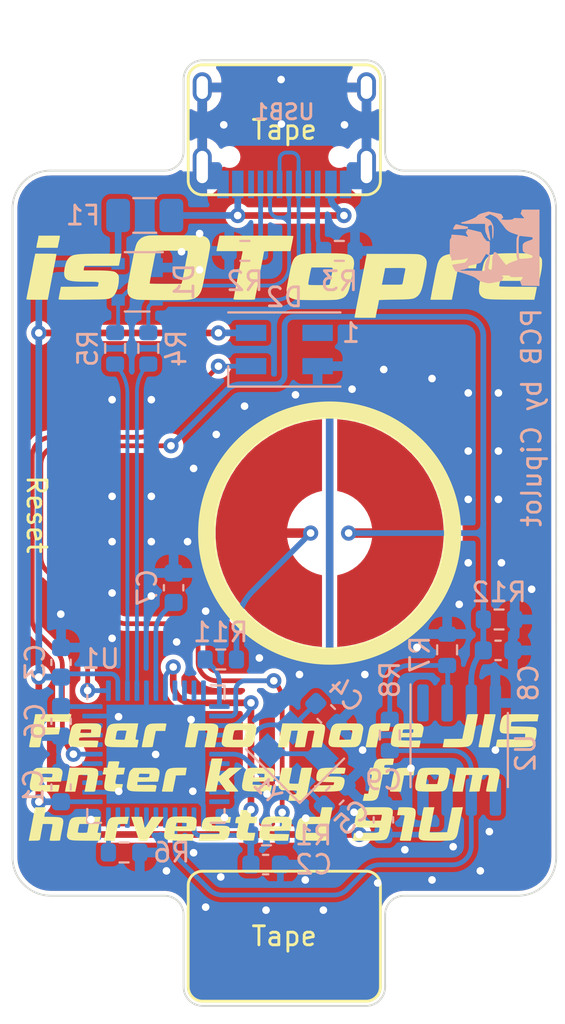
<source format=kicad_pcb>
(kicad_pcb (version 20211014) (generator pcbnew)
  (title_block (title "is0Topre") (date "2022-06-03") (rev "1") (company "Cipulot") (comment 2 "PCB by Cipulot"))
  (layers (0 "F.Cu" signal) (31 "B.Cu" signal) (34 "B.Paste" user) (35 "F.Paste" user) (36 "B.SilkS" user "B.Silkscreen") (37 "F.SilkS" user "F.Silkscreen") (38 "B.Mask" user) (39 "F.Mask" user) (44 "Edge.Cuts" user))
  (net 0 "")
  (net 1 "VCC")
  (net 2 "GND")
  (net 3 "XTAL2")
  (net 4 "XTAL1")
  (net 5 "Net-(C7-Pad1)")
  (net 6 "D+")
  (net 7 "D-")
  (net 8 "VBUS")
  (net 9 "RST")
  (net 10 "Net-(R2-Pad2)")
  (net 11 "Net-(R3-Pad1)")
  (net 12 "/MCU_D+")
  (net 13 "/MCU_D-")
  (net 14 "Net-(R6-Pad1)")
  (net 33 "Net-(R7-Pad1)")
  (net 34 "COL0")
  (net 38 "DISCHARGE_PIN")
  (net 39 "LED")
  (net 40 "ADC")
  (net 42 "Net-(R11-Pad2)")
  (footprint "cipulot_parts:ecs_pad_2U_no_ring" (layer "F.Cu") (at 101.927172 61.499999)
    (fp_text reference "SW2")
    (fp_text value "EC_SW" hide)
  )
  (footprint "LOGO" (layer "F.Cu") (at 99.545928 71.878991)
    (fp_text reference "G***" hide)
    (fp_text value "LOGO" hide)
  )
  (footprint "LOGO" (layer "F.Cu") (at 99.545928 74.440241)
    (fp_text reference "G***" hide)
    (fp_text value "LOGO" hide)
  )
  (footprint "LOGO" (layer "F.Cu") (at 99.545928 48.003051)
    (fp_text reference "G***" hide)
    (fp_text value "LOGO" hide)
  )
  (footprint "LOGO" (layer "F.Cu") (at 99.545928 77.000241)
    (fp_text reference "G***" hide)
    (fp_text value "LOGO" hide)
  )
  (footprint "cipulot_parts:Jumper-UserFriendly-Small" (layer "F.Cu") (at 88.630928 60.423051)
    (fp_text reference "SW1" hide)
    (fp_text value "SW_Push" hide)
  )
  (footprint "cipulot_parts:HRO-TYPE-C-31-M-12-Assembly" (layer "B.Cu") (at 99.545928 35.479927)
    (fp_text reference "USB1")
    (fp_text value "HRO-TYPE-C-31-M-12")
  )
  (footprint "Capacitor_SMD:C_0603_1608Metric" (layer "B.Cu") (at 93.720928 64.373051 90)
    (fp_text reference "C7")
    (fp_text value "1u")
  )
  (footprint "Package_TO_SOT_SMD:SOT-143" (layer "B.Cu") (at 91.803428 48.295551 180)
    (fp_text reference "D1")
    (fp_text value "PRTR5V0U2X")
  )
  (footprint "Capacitor_SMD:C_0603_1608Metric" (layer "B.Cu") (at 110.787178 67.665551)
    (fp_text reference "C8")
    (fp_text value "220p")
  )
  (footprint "Resistor_SMD:R_0603_1608Metric" (layer "B.Cu") (at 105.090928 72.110551 90)
    (fp_text reference "R8")
    (fp_text value "100k")
  )
  (footprint "Resistor_SMD:R_0603_1608Metric" (layer "B.Cu") (at 91.115928 78.288051)
    (fp_text reference "R6")
    (fp_text value "10k")
  )
  (footprint "Capacitor_SMD:C_0603_1608Metric" (layer "B.Cu") (at 87.800928 71.393051 -90)
    (fp_text reference "C6")
    (fp_text value "10u")
  )
  (footprint "Capacitor_SMD:C_0603_1608Metric" (layer "B.Cu") (at 87.800928 74.848051 90)
    (fp_text reference "C1")
    (fp_text value "0.1u")
  )
  (footprint "Capacitor_SMD:C_0603_1608Metric" (layer "B.Cu") (at 102.196161 75.29685 -135)
    (fp_text reference "C5")
    (fp_text value "22p")
  )
  (footprint "cipulot_parts:Crystal_SMD_3225-4pin_3.2x2.5mm" (layer "B.Cu") (at 100.108428 73.103051 135)
    (fp_text reference "Y1")
    (fp_text value "16MHz")
  )
  (footprint "Resistor_SMD:R_0603_1608Metric" (layer "B.Cu") (at 98.605928 77.388051)
    (fp_text reference "R1")
    (fp_text value "10k")
  )
  (footprint "LED_SMD:LED_SK6812MINI_PLCC4_3.5x3.5mm_P1.75mm" (layer "B.Cu") (at 99.545928 51.851757 180)
    (fp_text reference "D2")
    (fp_text value "SK6812MINI")
  )
  (footprint "Capacitor_SMD:C_0603_1608Metric" (layer "B.Cu") (at 104.754678 76.574301 -90)
    (fp_text reference "C9")
    (fp_text value "0.1u")
  )
  (footprint "Resistor_SMD:R_0603_1608Metric" (layer "B.Cu") (at 97.470928 46.667427)
    (fp_text reference "R2")
    (fp_text value "5.1k")
  )
  (footprint "Resistor_SMD:R_0603_1608Metric" (layer "B.Cu") (at 110.83875 66.04 180)
    (fp_text reference "R12")
    (fp_text value "100k")
  )
  (footprint "Resistor_SMD:R_0603_1608Metric" (layer "B.Cu") (at 102.438428 46.667427)
    (fp_text reference "R3")
    (fp_text value "5.1k")
  )
  (footprint "Resistor_SMD:R_0603_1608Metric" (layer "B.Cu") (at 90.644678 51.790551 -90)
    (fp_text reference "R5")
    (fp_text value "22")
  )
  (footprint "Resistor_SMD:R_0603_1608Metric" (layer "B.Cu") (at 92.390928 51.790551 -90)
    (fp_text reference "R4")
    (fp_text value "22")
  )
  (footprint "Resistor_SMD:R_0603_1608Metric" (layer "B.Cu") (at 108.107178 67.634301 90)
    (fp_text reference "R7")
    (fp_text value "1k")
  )
  (footprint "Capacitor_SMD:C_0603_1608Metric" (layer "B.Cu") (at 87.800928 68.293051 90)
    (fp_text reference "C3")
    (fp_text value "0.1u")
  )
  (footprint "Fuse:Fuse_1206_3216Metric" (layer "B.Cu") (at 92.203428 44.805551)
    (fp_text reference "F1")
    (fp_text value "500mA")
  )
  (footprint "Capacitor_SMD:C_0603_1608Metric" (layer "B.Cu") (at 101.747148 71.004712 135)
    (fp_text reference "C4")
    (fp_text value "22p")
  )
  (footprint "Package_SO:SOIC-8_3.9x4.9mm_P1.27mm" (layer "B.Cu") (at 108.742178 72.904301 -90)
    (fp_text reference "U2")
    (fp_text value "OPA350")
  )
  (footprint "Package_DFN_QFN:QFN-44-1EP_7x7mm_P0.5mm_EP5.2x5.2mm" (layer "B.Cu") (at 92.790928 73.118051 -90)
    (fp_text reference "U1")
    (fp_text value "ATmega32U4-M")
  )
  (footprint "Resistor_SMD:R_0603_1608Metric" (layer "B.Cu") (at 96.200928 68.141801 180)
    (fp_text reference "R11")
    (fp_text value "100")
  )
  (footprint "cipulot_parts:IronMan_small" (layer "B.Cu") (at 110.549595 46.493931 -90)
    (fp_text reference "G***" hide)
    (fp_text value "LOGO" hide)
  )
  (footprint "Capacitor_SMD:C_0603_1608Metric" (layer "B.Cu") (at 98.560928 78.923051)
    (fp_text reference "C2")
    (fp_text value "0.1u")
  )
  (gr_arc (start 94.48875 37.64125) (mid 94.708883 37.10903) (end 95.241578 36.890071) (layer "F.SilkS") (width 0.15))
  (gr_line (start 103.841578 36.890071) (end 95.241578 36.890071) (layer "F.SilkS") (width 0.15))
  (gr_line (start 104.59875 42.966962) (end 104.59875 37.64125) (layer "F.SilkS") (width 0.15))
  (gr_arc (start 95.245922 86.10125) (mid 94.711324 85.882899) (end 94.48875 85.350071) (layer "F.SilkS") (width 0.15))
  (gr_arc (start 94.48875 80.024359) (mid 94.707661 79.492691) (end 95.2384 79.271538) (layer "F.SilkS") (width 0.15))
  (gr_line (start 95.2384 79.271538) (end 103.845929 79.271538) (layer "F.SilkS") (width 0.15))
  (gr_arc (start 104.59875 42.966962) (mid 104.379839 43.49863) (end 103.8491 43.719783) (layer "F.SilkS") (width 0.15))
  (gr_line (start 104.59875 80.021188) (end 104.59875 85.350071) (layer "F.SilkS") (width 0.15))
  (gr_line (start 94.48875 42.970133) (end 94.48875 37.64125) (layer "F.SilkS") (width 0.15))
  (gr_arc (start 95.241571 43.719783) (mid 94.709893 43.500876) (end 94.48875 42.970133) (layer "F.SilkS") (width 0.15))
  (gr_arc (start 103.841578 36.890071) (mid 104.376144 37.108436) (end 104.59875 37.64125) (layer "F.SilkS") (width 0.15))
  (gr_line (start 95.245922 86.10125) (end 103.845922 86.10125) (layer "F.SilkS") (width 0.15))
  (gr_arc (start 104.59875 85.350071) (mid 104.37862 85.882288) (end 103.845922 86.10125) (layer "F.SilkS") (width 0.15))
  (gr_line (start 94.48875 80.024359) (end 94.48875 85.350071) (layer "F.SilkS") (width 0.15))
  (gr_line (start 103.8491 43.719783) (end 95.241571 43.719783) (layer "F.SilkS") (width 0.15))
  (gr_arc (start 103.845929 79.271538) (mid 104.377605 79.490442) (end 104.59875 80.021188) (layer "F.SilkS") (width 0.15))
  (gr_line (start 93.245927 42.449999) (end 87.258428 42.449999) (layer "Edge.Cuts") (width 0.1))
  (gr_line (start 95.245922 86.350071) (end 103.845922 86.350071) (layer "Edge.Cuts") (width 0.1))
  (gr_arc (start 94.245927 37.649927) (mid 94.53882 36.94282) (end 95.245927 36.649927) (layer "Edge.Cuts") (width 0.1))
  (gr_arc (start 94.245927 41.449999) (mid 93.953034 42.157106) (end 93.245927 42.449999) (layer "Edge.Cuts") (width 0.1))
  (gr_arc (start 85.24875 44.45) (mid 85.834254 43.028635) (end 87.258428 42.449999) (layer "Edge.Cuts") (width 0.1))
  (gr_arc (start 95.245922 86.350071) (mid 94.538815 86.057178) (end 94.245922 85.350071) (layer "Edge.Cuts") (width 0.1))
  (gr_line (start 104.845927 41.450006) (end 104.845927 37.649927) (layer "Edge.Cuts") (width 0.1))
  (gr_arc (start 111.833421 42.449999) (mid 113.254297 43.029124) (end 113.833422 44.45) (layer "Edge.Cuts") (width 0.1))
  (gr_line (start 94.245922 85.350071) (end 94.245922 81.559676) (layer "Edge.Cuts") (width 0.1))
  (gr_arc (start 103.845927 36.649927) (mid 104.553034 36.94282) (end 104.845927 37.649927) (layer "Edge.Cuts") (width 0.1))
  (gr_arc (start 93.245922 80.559676) (mid 93.953029 80.852569) (end 94.245922 81.559676) (layer "Edge.Cuts") (width 0.1))
  (gr_line (start 111.833421 42.449999) (end 105.845927 42.449999) (layer "Edge.Cuts") (width 0.1))
  (gr_line (start 94.245927 37.649927) (end 94.245927 41.450006) (layer "Edge.Cuts") (width 0.1))
  (gr_arc (start 104.845922 85.350071) (mid 104.553029 86.057178) (end 103.845922 86.350071) (layer "Edge.Cuts") (width 0.1))
  (gr_line (start 87.280928 80.559676) (end 93.245922 80.559676) (layer "Edge.Cuts") (width 0.1))
  (gr_line (start 85.24875 44.45) (end 85.24875 78.549998) (layer "Edge.Cuts") (width 0.1))
  (gr_line (start 105.845922 80.559676) (end 111.833421 80.559676) (layer "Edge.Cuts") (width 0.1))
  (gr_arc (start 87.280928 80.559676) (mid 85.847963 79.97638) (end 85.24875 78.549998) (layer "Edge.Cuts") (width 0.1))
  (gr_arc (start 113.843099 78.549998) (mid 113.251912 79.968489) (end 111.833421 80.559676) (layer "Edge.Cuts") (width 0.1))
  (gr_line (start 103.845927 36.649927) (end 95.245927 36.649927) (layer "Edge.Cuts") (width 0.1))
  (gr_line (start 104.845922 85.350071) (end 104.845922 81.559676) (layer "Edge.Cuts") (width 0.1))
  (gr_arc (start 105.845927 42.449999) (mid 105.13882 42.157106) (end 104.845927 41.449999) (layer "Edge.Cuts") (width 0.1))
  (gr_line (start 113.843099 78.549998) (end 113.833422 44.45) (layer "Edge.Cuts") (width 0.1))
  (gr_arc (start 104.845922 81.559676) (mid 105.138815 80.852569) (end 105.845922 80.559676) (layer "Edge.Cuts") (width 0.1))
  (gr_text "PCB by Cipulot" (at 112.552178 55.423641 90) (layer "B.SilkS") (effects (font (size 1 1)) (justify mirror)))
  (gr_text "Tape\n" (at 99.541578 40.304106) (layer "F.SilkS") (effects (font (size 1 1))))
  (gr_text "Reset" (at 86.517178 60.521801 270) (layer "F.SilkS") (effects (font (size 1 1))))
  (gr_text "Tape" (at 99.541578 82.68563) (layer "F.SilkS") (effects (font (size 1 1))))
  (segment (start 103.480928 77.343051) (end 98.880928 77.343051) (width 0.35) (layer "F.Cu") (net 1))
  (segment (start 86.630928 50.98125) (end 86.630928 50.979072) (width 0.35) (layer "F.Cu") (net 1))
  (segment (start 97.318428 77.343051) (end 96.910928 77.343051) (width 0.35) (layer "F.Cu") (net 1))
  (segment (start 86.630928 76.343051) (end 86.630928 75.628051) (width 0.35) (layer "F.Cu") (net 1))
  (segment (start 96.07875 50.98125) (end 86.630928 50.98125) (width 0.35) (layer "F.Cu") (net 1))
  (segment (start 97.790928 76.033051) (end 97.790928 76.716801) (width 0.35) (layer "F.Cu") (net 1))
  (segment (start 94.700928 70.421591) (end 97.790928 70.421591) (width 0.35) (layer "F.Cu") (net 1))
  (segment (start 96.910928 77.343051) (end 87.630928 77.343051) (width 0.35) (layer "F.Cu") (net 1))
  (segment (start 98.258428 77.343051) (end 98.880928 77.343051) (width 0.35) (layer "F.Cu") (net 1))
  (segment (start 86.630928 69.068051) (end 86.630928 75.628051) (width 0.35) (layer "F.Cu") (net 1))
  (segment (start 97.788428 76.719301) (end 97.788428 76.873051) (width 0.35) (layer "F.Cu") (net 1))
  (segment (start 98.880928 77.343051) (end 96.910928 77.343051) (width 0.35) (layer "F.Cu") (net 1))
  (segment (start 97.790928 70.421591) (end 97.790928 76.033051) (width 0.35) (layer "F.Cu") (net 1))
  (segment (start 93.700928 68.538051) (end 93.700928 69.421591) (width 0.35) (layer "F.Cu") (net 1))
  (via (at 97.790928 70.421591) (size 0.8) (drill 0.4) (layers "F.Cu" "B.Cu") (net 1))
  (via (at 97.790928 76.033051) (size 0.8) (drill 0.4) (layers "F.Cu" "B.Cu") (net 1))
  (via (at 86.630928 69.068051) (size 0.8) (drill 0.4) (layers "F.Cu" "B.Cu") (net 1))
  (via (at 103.480928 77.343051) (size 0.8) (drill 0.4) (layers "F.Cu" "B.Cu") (net 1))
  (via (at 93.700928 68.538051) (size 0.8) (drill 0.4) (layers "F.Cu" "B.Cu") (net 1))
  (via (at 96.07875 50.98125) (size 0.8) (drill 0.4) (layers "F.Cu" "B.Cu") (net 1))
  (via (at 86.630928 75.628051) (size 0.8) (drill 0.4) (layers "F.Cu" "B.Cu") (net 1))
  (via (at 86.630928 50.979072) (size 0.8) (drill 0.4) (layers "F.Cu" "B.Cu") (net 1))
  (arc (start 97.788428 76.873051) (mid 97.926088 77.205391) (end 98.258428 77.343051) (width 0.35) (layer "F.Cu") (net 1))
  (arc (start 87.630928 77.343051) (mid 86.923821 77.050158) (end 86.630928 76.343051) (width 0.35) (layer "F.Cu") (net 1))
  (arc (start 97.788428 76.873051) (mid 97.650768 77.205391) (end 97.318428 77.343051) (width 0.35) (layer "F.Cu") (net 1))
  (arc (start 97.790928 76.716801) (mid 97.78916 76.717533) (end 97.788428 76.719301) (width 0.35) (layer "F.Cu") (net 1))
  (arc (start 94.700928 70.421591) (mid 93.993821 70.128698) (end 93.700928 69.421591) (width 0.35) (layer "F.Cu") (net 1))
  (segment (start 86.630928 50.979072) (end 86.630928 48.345551) (width 0.35) (layer "B.Cu") (net 1))
  (segment (start 90.803428 44.805551) (end 90.803428 47.345551) (width 0.35) (layer "B.Cu") (net 1))
  (segment (start 97.516603 71.08387) (end 97.191675 71.408798) (width 0.25) (layer "B.Cu") (net 1))
  (segment (start 96.686494 71.618051) (end 96.128428 71.618051) (width 0.25) (layer "B.Cu") (net 1))
  (segment (start 108.107178 75.379301) (end 108.107141 76.849314) (width 0.3) (layer "B.Cu") (net 1))
  (segment (start 93.700928 68.538051) (end 93.410928 68.828051) (width 0.25) (layer "B.Cu") (net 1))
  (segment (start 87.800928 70.618051) (end 87.800928 69.068051) (width 0.25) (layer "B.Cu") (net 1))
  (segment (start 87.630928 47.345551) (end 90.803428 47.345551) (width 0.35) (layer "B.Cu") (net 1))
  (segment (start 103.487178 77.349301) (end 103.480928 77.343051) (width 0.3) (layer "B.Cu") (net 1))
  (segment (start 95.105928 77.388051) (end 97.785928 77.388051) (width 0.25) (layer "B.Cu") (net 1))
  (segment (start 86.630928 69.068051) (end 87.800928 69.068051) (width 0.35) (layer "B.Cu") (net 1))
  (segment (start 89.453428 75.618051) (end 87.805928 75.618051) (width 0.25) (layer "B.Cu") (net 1))
  (segment (start 86.635928 75.623051) (end 87.800928 75.623051) (width 0.35) (layer "B.Cu") (net 1))
  (segment (start 86.630928 75.628051) (end 86.635928 75.623051) (width 0.35) (layer "B.Cu") (net 1))
  (segment (start 97.785928 76.038051) (end 97.790928 76.033051) (width 0.35) (layer "B.Cu") (net 1))
  (segment (start 94.790928 76.455551) (end 94.790928 77.073051) (width 0.25) (layer "B.Cu") (net 1))
  (segment (start 90.393516 68.898051) (end 87.970928 68.898051) (width 0.25) (layer "B.Cu") (net 1))
  (segment (start 89.453428 70.618051) (end 87.800928 70.618051) (width 0.25) (layer "B.Cu") (net 1))
  (segment (start 97.780928 78.923051) (end 97.780928 77.393051) (width 0.35) (layer "B.Cu") (net 1))
  (segment (start 97.780928 77.393051) (end 97.785928 77.388051) (width 0.35) (layer "B.Cu") (net 1))
  (segment (start 104.754678 77.349301) (end 103.487178 77.349301) (width 0.35) (layer "B.Cu") (net 1))
  (segment (start 104.754678 77.349301) (end 107.607141 77.349301) (width 0.3) (layer "B.Cu") (net 1))
  (segment (start 93.290928 69.780551) (end 93.290928 69.117756) (width 0.25) (layer "B.Cu") (net 1))
  (segment (start 90.790928 69.780551) (end 90.790928 69.295463) (width 0.25) (layer "B.Cu") (net 1))
  (segment (start 86.630928 69.068051) (end 86.630928 50.979072) (width 0.35) (layer "B.Cu") (net 1))
  (segment (start 97.795928 50.976757) (end 96.083243 50.976757) (width 0.35) (layer "B.Cu") (net 1))
  (segment (start 97.785928 77.388051) (end 97.785928 76.038051) (width 0.35) (layer "B.Cu") (net 1))
  (segment (start 96.083243 50.976757) (end 96.07875 50.98125) (width 0.35) (layer "B.Cu") (net 1))
  (segment (start 87.970928 68.898051) (end 87.800928 69.068051) (width 0.25) (layer "B.Cu") (net 1))
  (arc (start 94.790928 77.073051) (mid 94.883189 77.29579) (end 95.105928 77.388051) (width 0.25) (layer "B.Cu") (net 1))
  (arc (start 90.790928 69.295463) (mid 90.674529 69.01445) (end 90.393516 68.898051) (width 0.25) (layer "B.Cu") (net 1))
  (arc (start 97.790928 70.421591) (mid 97.719633 70.780014) (end 97.516603 71.08387) (width 0.25) (layer "B.Cu") (net 1))
  (arc (start 97.191675 71.408798) (mid 96.959896 71.563668) (end 96.686494 71.618051) (width 0.25) (layer "B.Cu") (net 1))
  (arc (start 86.630928 48.345551) (mid 86.923821 47.638444) (end 87.630928 47.345551) (width 0.35) (layer "B.Cu") (net 1))
  (arc (start 93.290928 69.117756) (mid 93.322115 68.960969) (end 93.410928 68.828051) (width 0.25) (layer "B.Cu") (net 1))
  (arc (start 107.607141 77.349301) (mid 107.96069 77.202859) (end 108.107141 76.849314) (width 0.3) (layer "B.Cu") (net 1))
  (arc (start 87.805928 75.618051) (mid 87.802392 75.619515) (end 87.800928 75.623051) (width 0.25) (layer "B.Cu") (net 1))
  (segment (start 87.850928 60.14854) (end 89.410928 60.14854) (width 0.35) (layer "F.Cu") (net 2))
  (segment (start 87.450928 60.963051) (end 87.450928 60.54854) (width 0.35) (layer "F.Cu") (net 2))
  (segment (start 88.630928 59.573051) (end 88.630928 60.14854) (width 0.35) (layer "F.Cu") (net 2))
  (segment (start 89.810928 60.54854) (end 89.810928 60.973051) (width 0.35) (layer "F.Cu") (net 2))
  (via (at 90.485928 54.489301) (size 0.8) (drill 0.4) (layers "F.Cu" "B.Cu") (net 2))
  (via (at 110.964678 63.061801) (size 0.8) (drill 0.4) (layers "F.Cu" "B.Cu") (net 2))
  (via (at 109.853428 79.254301) (size 0.8) (drill 0.4) (layers "F.Cu" "B.Cu") (net 2))
  (via (at 109.218428 63.061801) (size 0.8) (drill 0.4) (layers "F.Cu" "B.Cu") (net 2))
  (via (at 90.825928 71.153051) (size 0.8) (drill 0.4) (layers "F.Cu" "B.Cu") (net 2))
  (via (at 90.485928 61.950551) (size 0.8) (drill 0.4) (layers "F.Cu" "B.Cu") (net 2))
  (via (at 100.670928 76.483051) (size 0.8) (drill 0.4) (layers "F.Cu" "B.Cu") (net 2))
  (via (at 95.407178 81.159301) (size 0.8) (drill 0.4) (layers "F.Cu" "B.Cu") (net 2))
  (via (at 103.662178 72.904301) (size 0.8) (drill 0.4) (layers "F.Cu" "B.Cu") (net 2))
  (via (at 96.400928 76.443051) (size 0.8) (drill 0.4) (layers "F.Cu" "B.Cu") (net 2))
  (via (at 95.089678 45.758051) (size 0.8) (drill 0.4) (layers "F.Cu" "B.Cu") (net 2))
  (via (at 103.780928 68.933051) (size 0.8) (drill 0.4) (layers "F.Cu" "B.Cu") (net 2))
  (via (at 104.455928 79.889301) (size 0.8) (drill 0.4) (layers "F.Cu" "B.Cu") (net 2))
  (via (at 87.787178 65.760551) (size 0.8) (drill 0.4) (layers "F.Cu" "B.Cu") (net 2))
  (via (at 96.359678 40.043051) (size 0.8) (drill 0.4) (layers "F.Cu" "B.Cu") (net 2))
  (via (at 92.549678 61.950551) (size 0.8) (drill 0.4) (layers "F.Cu" "B.Cu") (net 2))
  (via (at 100.1316 54.233013) (size 0.8) (drill 0.4) (layers "F.Cu" "B.Cu") (net 2))
  (via (at 94.640928 71.303051) (size 0.8) (drill 0.4) (layers "F.Cu" "B.Cu") (net 2))
  (via (at 92.549678 59.569301) (size 0.8) (drill 0.4) (layers "F.Cu" "B.Cu") (net 2))
  (via (at 98.630928 75.213051) (size 0.8) (drill 0.4) (layers "F.Cu" "B.Cu") (net 2))
  (via (at 92.549678 64.808051) (size 0.8) (drill 0.4) (layers "F.Cu" "B.Cu") (net 2))
  (via (at 89.374678 76.555551) (size 0.8) (drill 0.4) (layers "F.Cu" "B.Cu") (net 2))
  (via (at 93.880928 67.223051) (size 0.8) (drill 0.4) (layers "F.Cu" "B.Cu") (net 2))
  (via (at 101.598428 81.318051) (size 0.8) (drill 0.4) (layers "F.Cu" "B.Cu") (net 2))
  (via (at 109.218428 54.13375) (size 0.8) (drill 0.4) (layers "F.Cu" "B.Cu") (net 2))
  (via (at 103.210928 76.173051) (size 0.8) (drill 0.4) (layers "F.Cu" "B.Cu") (net 2))
  (via (at 108.74375 65.24625) (size 0.8) (drill 0.4) (layers "F.Cu" "B.Cu") (net 2))
  (via (at 104.773428 52.901801) (size 0.8) (drill 0.4) (layers "F.Cu" "B.Cu") (net 2))
  (via (at 95.964402 56.316612) (size 0.8) (drill 0.4) (layers "F.Cu" "B.Cu") (net 2))
  (via (at 100.340928 68.933051) (size 0.8) (drill 0.4) (layers "F.Cu" "B.Cu") (net 2))
  (via (at 92.775928 73.133051) (size 0.8) (drill 0.4) (layers "F.Cu" "B.Cu") (net 2))
  (via (at 112.55375 64.4525) (size 0.8) (drill 0.4) (layers "F.Cu" "B.Cu") (net 2))
  (via (at 109.218428 57.188051) (size 0.8) (drill 0.4) (layers "F.Cu" "B.Cu") (net 2))
  (via (at 110.805928 54.13375) (size 0.8) (drill 0.4) (layers "F.Cu" "B.Cu") (net 2))
  (via (at 110.647178 72.904301) (size 0.8) (drill 0.4) (layers "F.Cu" "B.Cu") (net 2))
  (via (at 90.485928 64.649301) (size 0.8) (drill 0.4) (layers "F.Cu" "B.Cu") (net 2))
  (via (at 110.329678 77.190551) (size 0.8) (drill 0.4) (layers "F.Cu" "B.Cu") (net 2))
  (via (at 90.485928 59.569301) (size 0.8) (drill 0.4) (layers "F.Cu" "B.Cu") (net 2))
  (via (at 90.835928 75.073051) (size 0.8) (drill 0.4) (layers "F.Cu" "B.Cu") (net 2))
  (via (at 103.10817 53.935356) (size 0.8) (drill 0.4) (layers "F.Cu" "B.Cu") (net 2))
  (via (at 94.454678 61.950551) (size 0.8) (drill 0.4) (layers "F.Cu" "B.Cu") (net 2))
  (via (at 102.709678 40.043051) (size 0.8) (drill 0.4) (layers "F.Cu" "B.Cu") (net 2))
  (via (at 95.089678 47.663051) (size 0.8) (drill 0.4) (layers "F.Cu" "B.Cu") (net 2))
  (via (at 93.343428 79.254301) (size 0.8) (drill 0.4) (layers "F.Cu" "B.Cu") (net 2))
  (via (at 98.582178 81.318051) (size 0.8) (drill 0.4) (layers "F.Cu" "B.Cu") (net 2))
  (via (at 106.202178 73.856801) (size 0.8) (drill 0.4) (layers "F.Cu" "B.Cu") (net 2))
  (via (at 98.230928 68.063051) (size 0.8) (drill 0.4) (layers "F.Cu" "B.Cu") (net 2))
  (via (at 96.200928 79.571801) (size 0.8) (drill 0.4) (layers "F.Cu" "B.Cu") (net 2))
  (via (at 94.773774 58.102554) (size 0.8) (drill 0.4) (layers "F.Cu" "B.Cu") (net 2))
  (via (at 94.730928 75.068051) (size 0.8) (drill 0.4) (layers "F.Cu" "B.Cu") (net 2))
  (via (at 107.313428 53.378051) (size 0.8) (drill 0.4) (layers "F.Cu" "B.Cu") (net 2))
  (via (at 110.805928 59.728051) (size 0.8) (drill 0.4) (layers "F.Cu" "B.Cu") (net 2))
  (via (at 107.313428 79.730551) (size 0.8) (drill 0.4) (layers "F.Cu" "B.Cu") (net 2))
  (via (at 92.549678 54.489301) (size 0.8) (drill 0.4) (layers "F.Cu" "B.Cu") (net 2))
  (via (at 99.375928 37.661801) (size 0.8) (drill 0.4) (layers "F.Cu" "B.Cu") (net 2))
  (via (at 97.452687 54.828327) (size 0.8) (drill 0.4) (layers "F.Cu" "B.Cu") (net 2))
  (via (at 110.805928 57.188051) (size 0.8) (drill 0.4) (layers "F.Cu" "B.Cu") (net 2))
  (via (at 100.645928 79.730551) (size 0.8) (drill 0.4) (layers "F.Cu" "B.Cu") (net 2))
  (via (at 108.424678 77.984301) (size 0.8) (drill 0.4) (layers "F.Cu" "B.Cu") (net 2))
  (via (at 106.519678 67.506801) (size 0.8) (drill 0.4) (layers "F.Cu" "B.Cu") (net 2))
  (via (at 99.391486 39.999993) (size 0.8) (drill 0.4) (layers "F.Cu" "B.Cu") (net 2))
  (via (at 94.772178 78.301801) (size 0.8) (drill 0.4) (layers "F.Cu" "B.Cu") (net 2))
  (via (at 90.485928 67.030551) (size 0.8) (drill 0.4) (layers "F.Cu" "B.Cu") (net 2))
  (via (at 109.218428 59.728051) (size 0.8) (drill 0.4) (layers "F.Cu" "B.Cu") (net 2))
  (via (at 105.884678 78.143051) (size 0.8) (drill 0.4) (layers "F.Cu" "B.Cu") (net 2))
  (via (at 94.137178 46.710551) (size 0.8) (drill 0.4) (layers "F.Cu" "B.Cu") (net 2))
  (via (at 95.407178 65.601801) (size 0.8) (drill 0.4) (layers "F.Cu" "B.Cu") (net 2))
  (arc (start 89.410928 60.14854) (mid 89.693771 60.265697) (end 89.810928 60.54854) (width 0.35) (layer "F.Cu") (net 2))
  (arc (start 87.850928 60.14854) (mid 87.568085 60.265697) (end 87.450928 60.54854) (width 0.35) (layer "F.Cu") (net 2))
  (segment (start 92.290928 69.780551) (end 92.290928 72.618051) (width 0.25) (layer "B.Cu") (net 2))
  (segment (start 94.454678 43.218051) (end 94.930928 43.218051) (width 0.5) (layer "B.Cu") (net 2))
  (segment (start 96.128428 72.118051) (end 93.790928 72.118051) (width 0.25) (layer "B.Cu") (net 2))
  (segment (start 96.320928 43.174927) (end 95.533208 42.387207) (width 0.5) (layer "B.Cu") (net 2))
  (segment (start 89.453428 75.118051) (end 90.790928 75.118051) (width 0.25) (layer "B.Cu") (net 2))
  (segment (start 103.865928 42.259927) (end 103.865928 42.362909) (width 0.5) (layer "B.Cu") (net 2))
  (segment (start 92.790928 73.328051) (end 92.790928 73.118051) (width 0.25) (layer "B.Cu") (net 2))
  (segment (start 98.72957 72.926274) (end 98.901347 73.098051) (width 0.25) (layer "B.Cu") (net 2))
  (segment (start 104.839185 43.283807) (end 104.932178 43.376801) (width 0.5) (layer "B.Cu") (net 2))
  (segment (start 99.335928 78.923051) (end 99.335928 79.973051) (width 0.35) (layer "B.Cu") (net 2))
  (segment (start 93.790928 72.118051) (end 92.790928 73.118051) (width 0.25) (layer "B.Cu") (net 2))
  (segment (start 103.865928 38.079927) (end 103.865928 42.259927) (width 0.5) (layer "B.Cu") (net 2))
  (segment (start 98.500928 79.973051) (end 100.100928 79.973051) (width 0.35) (layer "B.Cu") (net 2))
  (segment (start 94.930928 43.694301) (end 94.454678 43.218051) (width 0.5) (layer "B.Cu") (net 2))
  (segment (start 92.290928 72.618051) (end 92.790928 73.118051) (width 0.25) (layer "B.Cu") (net 2))
  (segment (start 104.932178 43.376801) (end 104.932178 42.741801) (width 0.5) (layer "B.Cu") (net 2))
  (segment (start 95.225928 38.079927) (end 95.225928 42.259927) (width 0.5) (layer "B.Cu") (net 2))
  (segment (start 95.290928 76.455551) (end 95.290928 75.828051) (width 0.25) (layer "B.Cu") (net 2))
  (segment (start 98.901347 73.098051) (end 101.305509 73.098051) (width 0.25) (layer "B.Cu") (net 2))
  (segment (start 94.295928 43.059301) (end 94.295928 42.741801) (width 0.5) (layer "B.Cu") (net 2))
  (segment (start 95.225928 42.259927) (end 95.225928 42.982108) (width 0.5) (layer "B.Cu") (net 2))
  (segment (start 90.790928 71.118051) (end 90.825928 71.153051) (width 0.25) (layer "B.Cu") (net 2))
  (segment (start 90.835928 75.073051) (end 92.775928 73.133051) (width 0.25) (layer "B.Cu") (net 2))
  (segment (start 95.290928 75.828051) (end 92.790928 73.328051) (width 0.25) (layer "B.Cu") (net 2))
  (segment (start 94.547672 43.059301) (end 94.295928 43.059301) (width 0.5) (layer "B.Cu") (net 2))
  (segment (start 94.295928 42.741801) (end 94.645484 42.741801) (width 0.5) (layer "B.Cu") (net 2))
  (segment (start 99.335928 79.973051) (end 98.500928 79.973051) (width 0.35) (layer "B.Cu") (net 2))
  (segment (start 89.453428 71.118051) (end 90.790928 71.118051) (width 0.25) (layer "B.Cu") (net 2))
  (segment (start 104.932178 42.741801) (end 104.455928 42.741801) (width 0.5) (layer "B.Cu") (net 2))
  (segment (start 90.790928 75.118051) (end 90.835928 75.073051) (width 0.25) (layer "B.Cu") (net 2))
  (segment (start 101.305509 73.098051) (end 101.487286 73.279828) (width 0.25) (layer "B.Cu") (net 2))
  (segment (start 92.775928 73.133051) (end 92.790928 73.118051) (width 0.25) (layer "B.Cu") (net 2))
  (segment (start 104.614678 44.170551) (end 104.614678 43.825813) (width 0.5) (layer "B.Cu") (net 2))
  (segment (start 102.770928 43.174927) (end 103.558648 42.387207) (width 0.5) (layer "B.Cu") (net 2))
  (segment (start 90.825928 71.153051) (end 92.790928 73.118051) (width 0.25) (layer "B.Cu") (net 2))
  (arc (start 104.614678 43.825813) (mid 104.532162 43.41098) (end 104.297178 43.059301) (width 0.5) (layer "B.Cu") (net 2))
  (arc (start 103.865928 42.362909) (mid 104.060522 43.341197) (end 104.614678 44.170551) (width 0.5) (layer "B.Cu") (net 2))
  (arc (start 94.645484 42.741801) (mid 94.686314 42.749923) (end 94.720928 42.773051) (width 0.5) (layer "B.Cu") (net 2))
  (arc (start 94.930928 43.218051) (mid 94.755089 43.100558) (end 94.547672 43.059301) (width 0.5) (layer "B.Cu") (net 2))
  (arc (start 103.558648 42.387207) (mid 103.699629 42.293006) (end 103.865928 42.259927) (width 0.5) (layer "B.Cu") (net 2))
  (arc (start 95.225928 42.982108) (mid 95.14926 43.367544) (end 94.930928 43.694301) (width 0.5) (layer "B.Cu") (net 2))
  (arc (start 104.297178 43.059301) (mid 104.59051 43.117648) (end 104.839185 43.283807) (width 0.5) (layer "B.Cu") (net 2))
  (arc (start 95.533208 42.387207) (mid 95.392227 42.293006) (end 95.225928 42.259927) (width 0.5) (layer "B.Cu") (net 2))
  (segment (start 96.128428 72.618051) (end 96.956714 72.618051) (width 0.25) (layer "B.Cu") (net 3))
  (segment (start 97.663821 72.325158) (end 98.118035 71.870944) (width 0.25) (layer "B.Cu") (net 3))
  (segment (start 99.785509 71.578051) (end 99.931651 71.724193) (width 0.25) (layer "B.Cu") (net 3))
  (segment (start 99.931651 71.724193) (end 101.19914 70.456704) (width 0.25) (layer "B.Cu") (net 3))
  (segment (start 98.825142 71.578051) (end 99.785509 71.578051) (width 0.25) (layer "B.Cu") (net 3))
  (arc (start 96.956714 72.618051) (mid 97.339397 72.541931) (end 97.663821 72.325158) (width 0.25) (layer "B.Cu") (net 3))
  (arc (start 98.118035 71.870944) (mid 98.442458 71.654171) (end 98.825142 71.578051) (width 0.25) (layer "B.Cu") (net 3))
  (segment (start 98.960142 74.410551) (end 100.213847 74.410551) (width 0.25) (layer "B.Cu") (net 4))
  (segment (start 96.128428 73.118051) (end 96.839214 73.118051) (width 0.25) (layer "B.Cu") (net 4))
  (segment (start 100.285205 74.481909) (end 101.648153 75.844858) (width 0.25) (layer "B.Cu") (net 4))
  (segment (start 97.546321 73.410944) (end 98.253035 74.117658) (width 0.25) (layer "B.Cu") (net 4))
  (segment (start 100.213847 74.410551) (end 100.285205 74.481909) (width 0.25) (layer "B.Cu") (net 4))
  (arc (start 98.253035 74.117658) (mid 98.577458 74.334431) (end 98.960142 74.410551) (width 0.25) (layer "B.Cu") (net 4))
  (arc (start 97.546321 73.410944) (mid 97.221898 73.194171) (end 96.839214 73.118051) (width 0.25) (layer "B.Cu") (net 4))
  (segment (start 93.198428 65.670551) (end 93.720928 65.148051) (width 0.25) (layer "B.Cu") (net 5))
  (segment (start 92.790928 67.678051) (end 92.790928 66.654343) (width 0.25) (layer "B.Cu") (net 5))
  (segment (start 92.790928 69.780551) (end 92.790928 67.678051) (width 0.25) (layer "B.Cu") (net 5))
  (arc (start 92.790928 66.654343) (mid 92.896834 66.121919) (end 93.198428 65.670551) (width 0.25) (layer "B.Cu") (net 5))
  (segment (start 100.295928 43.174927) (end 100.295928 48.046344) (width 0.2) (layer "B.Cu") (net 6))
  (segment (start 92.465928 49.528051) (end 92.748428 49.245551) (width 0.2) (layer "B.Cu") (net 6))
  (segment (start 99.096721 49.245551) (end 92.803428 49.245551) (width 0.2) (layer "B.Cu") (net 6))
  (segment (start 99.295928 43.174927) (end 99.295928 41.855551) (width 0.2) (layer "B.Cu") (net 6))
  (segment (start 100.295928 41.884435) (end 100.295928 43.174927) (width 0.2) (layer "B.Cu") (net 6))
  (segment (start 92.748428 49.245551) (end 92.803428 49.245551) (width 0.2) (layer "B.Cu") (net 6))
  (segment (start 99.651486 41.499993) (end 99.911486 41.499993) (width 0.2) (layer "B.Cu") (net 6))
  (segment (start 92.390928 50.965551) (end 92.390928 49.709117) (width 0.2) (layer "B.Cu") (net 6))
  (arc (start 100.295928 48.046344) (mid 99.944688 48.894311) (end 99.096721 49.245551) (width 0.2) (layer "B.Cu") (net 6))
  (arc (start 92.390928 49.709117) (mid 92.41042 49.611125) (end 92.465928 49.528051) (width 0.2) (layer "B.Cu") (net 6))
  (arc (start 99.911486 41.499993) (mid 100.183328 41.612593) (end 100.295928 41.884435) (width 0.2) (layer "B.Cu") (net 6))
  (arc (start 99.295928 41.855551) (mid 99.400069 41.604134) (end 99.651486 41.499993) (width 0.2) (layer "B.Cu") (net 6))
  (segment (start 91.308035 48.785944) (end 90.848428 49.245551) (width 0.2) (layer "B.Cu") (net 7))
  (segment (start 99.251486 44.919993) (end 99.321486 44.919993) (width 0.2) (layer "B.Cu") (net 7))
  (segment (start 99.795928 44.484435) (end 99.795928 43.174927) (width 0.2) (layer "B.Cu") (net 7))
  (segment (start 90.848428 49.245551) (end 90.803428 49.245551) (width 0.2) (layer "B.Cu") (net 7))
  (segment (start 90.803428 50.806801) (end 90.644678 50.965551) (width 0.2) (layer "B.Cu") (net 7))
  (segment (start 99.321486 44.919993) (end 99.471486 44.919993) (width 0.2) (layer "B.Cu") (net 7))
  (segment (start 99.795928 44.595551) (end 99.795928 44.484435) (width 0.2) (layer "B.Cu") (net 7))
  (segment (start 99.795928 44.919993) (end 99.795928 44.484435) (width 0.2) (layer "B.Cu") (net 7))
  (segment (start 99.795928 45.394435) (end 99.795928 45.495551) (width 0.2) (layer "B.Cu") (net 7))
  (segment (start 98.795928 48.493051) (end 92.015142 48.493051) (width 0.2) (layer "B.Cu") (net 7))
  (segment (start 99.795928 45.495551) (end 99.795928 47.493051) (width 0.2) (layer "B.Cu") (net 7))
  (segment (start 99.795928 44.919993) (end 99.795928 45.495551) (width 0.2) (layer "B.Cu") (net 7))
  (segment (start 90.803428 49.245551) (end 90.803428 50.806801) (width 0.2) (layer "B.Cu") (net 7))
  (segment (start 98.795928 43.174927) (end 98.795928 44.464435) (width 0.2) (layer "B.Cu") (net 7))
  (segment (start 99.471486 44.919993) (end 99.795928 44.919993) (width 0.2) (layer "B.Cu") (net 7))
  (arc (start 99.471486 44.919993) (mid 99.700901 44.824966) (end 99.795928 44.595551) (width 0.2) (layer "B.Cu") (net 7))
  (arc (start 91.308035 48.785944) (mid 91.632458 48.569171) (end 92.015142 48.493051) (width 0.2) (layer "B.Cu") (net 7))
  (arc (start 99.795928 47.493051) (mid 99.503035 48.200158) (end 98.795928 48.493051) (width 0.2) (layer "B.Cu") (net 7))
  (arc (start 99.321486 44.919993) (mid 99.656967 45.058954) (end 99.795928 45.394435) (width 0.2) (layer "B.Cu") (net 7))
  (arc (start 98.795928 44.464435) (mid 98.929358 44.786563) (end 99.251486 44.919993) (width 0.2) (layer "B.Cu") (net 7))
  (segment (start 97.091486 44.809993) (end 102.681486 44.809993) (width 0.35) (layer "F.Cu") (net 8))
  (via (at 97.091486 44.809993) (size 0.8) (drill 0.4) (layers "F.Cu" "B.Cu") (net 8))
  (via (at 102.681486 44.809993) (size 0.8) (drill 0.4) (layers "F.Cu" "B.Cu") (net 8))
  (segment (start 97.095928 44.805551) (end 97.091486 44.809993) (width 0.35) (layer "B.Cu") (net 8))
  (segment (start 93.603428 44.805551) (end 97.080763 44.805551) (width 0.35) (layer "B.Cu") (net 8))
  (segment (start 97.095928 43.174927) (end 97.095928 44.805551) (width 0.35) (layer "B.Cu") (net 8))
  (segment (start 102.681486 44.809993) (end 102.171486 44.299993) (width 0.35) (layer "B.Cu") (net 8))
  (segment (start 101.995928 43.174927) (end 101.995928 43.876159) (width 0.35) (layer "B.Cu") (net 8))
  (arc (start 101.995928 43.876159) (mid 102.041554 44.105536) (end 102.171486 44.299993) (width 0.35) (layer "B.Cu") (net 8))
  (arc (start 97.080763 44.805551) (mid 97.086566 44.806706) (end 97.091486 44.809993) (width 0.35) (layer "B.Cu") (net 8))
  (segment (start 91.235142 66.263051) (end 94.010928 66.263051) (width 0.25) (layer "F.Cu") (net 9))
  (segment (start 96.010928 69.263051) (end 98.990928 69.263051) (width 0.25) (layer "F.Cu") (net 9))
  (segment (start 88.923821 64.365944) (end 90.528035 65.970158) (width 0.25) (layer "F.Cu") (net 9))
  (segment (start 95.010928 67.263051) (end 95.010928 68.263051) (width 0.25) (layer "F.Cu") (net 9))
  (segment (start 99.430928 76.183051) (end 99.430928 70.325304) (width 0.25) (layer "F.Cu") (net 9))
  (segment (start 88.630928 61.273051) (end 88.630928 63.658837) (width 0.25) (layer "F.Cu") (net 9))
  (via (at 98.990928 69.263051) (size 0.8) (drill 0.4) (layers "F.Cu" "B.Cu") (net 9))
  (via (at 99.430928 76.183051) (size 0.8) (drill 0.4) (layers "F.Cu" "B.Cu") (net 9))
  (arc (start 99.430928 70.325304) (mid 99.316576 69.750417) (end 98.990928 69.263051) (width 0.25) (layer "F.Cu") (net 9))
  (arc (start 88.923821 64.365944) (mid 88.707048 64.041521) (end 88.630928 63.658837) (width 0.25) (layer "F.Cu") (net 9))
  (arc (start 90.528035 65.970158) (mid 90.852458 66.186931) (end 91.235142 66.263051) (width 0.25) (layer "F.Cu") (net 9))
  (arc (start 95.010928 68.263051) (mid 95.303821 68.970158) (end 96.010928 69.263051) (width 0.25) (layer "F.Cu") (net 9))
  (arc (start 94.010928 66.263051) (mid 94.718035 66.555944) (end 95.010928 67.263051) (width 0.25) (layer "F.Cu") (net 9))
  (segment (start 97.490448 69.263051) (end 98.990928 69.263051) (width 0.25) (layer "B.Cu") (net 9))
  (segment (start 99.430928 77.388051) (end 99.430928 76.183051) (width 0.25) (layer "B.Cu") (net 9))
  (segment (start 96.990448 70.840859) (end 96.990448 69.763051) (width 0.25) (layer "B.Cu") (net 9))
  (segment (start 96.128428 71.118051) (end 96.713256 71.118051) (width 0.25) (layer "B.Cu") (net 9))
  (arc (start 96.990448 69.763051) (mid 97.136895 69.409498) (end 97.490448 69.263051) (width 0.25) (layer "B.Cu") (net 9))
  (arc (start 96.713256 71.118051) (mid 96.90926 71.036863) (end 96.990448 70.840859) (width 0.25) (layer "B.Cu") (net 9))
  (segment (start 98.295928 43.174927) (end 98.295928 46.667427) (width 0.25) (layer "B.Cu") (net 10))
  (segment (start 101.295928 43.174927) (end 101.295928 45.900915) (width 0.25) (layer "B.Cu") (net 11))
  (arc (start 101.295928 45.900915) (mid 101.378444 46.315748) (end 101.613428 46.667427) (width 0.25) (layer "B.Cu") (net 11))
  (segment (start 91.790928 69.780551) (end 91.790928 54.064079) (width 0.2) (layer "B.Cu") (net 12))
  (arc (start 91.790928 54.064079) (mid 91.946863 53.280142) (end 92.390928 52.615551) (width 0.2) (layer "B.Cu") (net 12))
  (segment (start 91.290928 69.780551) (end 91.290928 54.175736) (width 0.2) (layer "B.Cu") (net 13))
  (arc (start 91.290928 54.175736) (mid 91.122973 53.33137) (end 90.644678 52.615551) (width 0.2) (layer "B.Cu") (net 13))
  (segment (start 90.290928 76.455551) (end 90.290928 78.288051) (width 0.25) (layer "B.Cu") (net 14))
  (segment (start 105.090928 69.459301) (end 105.090928 71.285551) (width 0.25) (layer "B.Cu") (net 33))
  (segment (start 108.107178 68.459301) (end 106.090928 68.459301) (width 0.25) (layer "B.Cu") (net 33))
  (segment (start 108.138428 68.300551) (end 108.138428 70.398051) (width 0.25) (layer "B.Cu") (net 33))
  (segment (start 108.110928 70.425551) (end 108.107178 70.429301) (width 0.3) (layer "B.Cu") (net 33))
  (arc (start 108.138428 70.398051) (mid 108.129275 70.420148) (end 108.107178 70.429301) (width 0.25) (layer "B.Cu") (net 33))
  (arc (start 106.090928 68.459301) (mid 105.383821 68.752194) (end 105.090928 69.459301) (width 0.25) (layer "B.Cu") (net 33))
  (via (at 100.927172 61.499999) (size 0.8) (drill 0.4) (layers "F.Cu" "B.Cu") (net 34))
  (segment (start 100.927172 61.499999) (end 97.904607 64.522564) (width 0.3) (layer "B.Cu") (net 34))
  (segment (start 97.025928 66.643884) (end 97.025928 68.141801) (width 0.3) (layer "B.Cu") (net 34))
  (arc (start 97.025928 66.643884) (mid 97.254289 65.495834) (end 97.904607 64.522564) (width 0.3) (layer "B.Cu") (net 34))
  (segment (start 87.029928 63.464551) (end 88.908035 65.342658) (width 0.25) (layer "F.Cu") (net 38))
  (segment (start 93.583146 56.911926) (end 87.737035 56.911926) (width 0.25) (layer "F.Cu") (net 38))
  (segment (start 89.200928 66.049765) (end 89.200928 69.773051) (width 0.25) (layer "F.Cu") (net 38))
  (segment (start 86.737035 57.911926) (end 86.737035 62.757444) (width 0.25) (layer "F.Cu") (net 38))
  (via (at 102.927172 61.499999) (size 0.8) (drill 0.4) (layers "F.Cu" "B.Cu") (net 38))
  (via (at 89.200928 69.773051) (size 0.8) (drill 0.4) (layers "F.Cu" "B.Cu") (net 38))
  (via (at 93.583146 56.911926) (size 0.8) (drill 0.4) (layers "F.Cu" "B.Cu") (net 38))
  (arc (start 86.737035 62.757444) (mid 86.813155 63.140128) (end 87.029928 63.464551) (width 0.25) (layer "F.Cu") (net 38))
  (arc (start 87.737035 56.911926) (mid 87.029928 57.204819) (end 86.737035 57.911926) (width 0.25) (layer "F.Cu") (net 38))
  (arc (start 88.908035 65.342658) (mid 89.124808 65.667082) (end 89.200928 66.049765) (width 0.25) (layer "F.Cu") (net 38))
  (segment (start 110.012178 61.950551) (end 110.012178 60.998051) (width 0.3) (layer "B.Cu") (net 38))
  (segment (start 93.583146 56.911926) (end 96.520929 53.974143) (width 0.3) (layer "B.Cu") (net 38))
  (segment (start 110.012178 61.049447) (end 110.012178 60.998051) (width 0.3) (layer "B.Cu") (net 38))
  (segment (start 89.208428 69.780551) (end 90.290928 69.780551) (width 0.25) (layer "B.Cu") (net 38))
  (segment (start 109.377178 70.429301) (end 109.377178 69.067063) (width 0.3) (layer "B.Cu") (net 38))
  (segment (start 100.05875 50.13125) (end 109.012178 50.13125) (width 0.3) (layer "B.Cu") (net 38))
  (segment (start 110.012178 51.13125) (end 110.012178 60.998051) (width 0.3) (layer "B.Cu") (net 38))
  (segment (start 89.200928 69.773051) (end 89.208428 69.780551) (width 0.25) (layer "B.Cu") (net 38))
  (segment (start 99.55875 53.18125) (end 99.55875 50.63125) (width 0.3) (layer "B.Cu") (net 38))
  (segment (start 102.927172 61.499999) (end 109.561626 61.499999) (width 0.3) (layer "B.Cu") (net 38))
  (segment (start 110.012178 67.665551) (end 110.012178 61.950551) (width 0.3) (layer "B.Cu") (net 38))
  (segment (start 109.377178 70.429301) (end 109.377178 69.198576) (width 0.3) (layer "B.Cu") (net 38))
  (segment (start 97.228036 53.68125) (end 99.05875 53.68125) (width 0.3) (layer "B.Cu") (net 38))
  (arc (start 99.05875 53.68125) (mid 99.412303 53.534803) (end 99.55875 53.18125) (width 0.3) (layer "B.Cu") (net 38))
  (arc (start 110.012178 51.13125) (mid 109.719285 50.424143) (end 109.012178 50.13125) (width 0.3) (layer "B.Cu") (net 38))
  (arc (start 96.520929 53.974143) (mid 96.845353 53.75737) (end 97.228036 53.68125) (width 0.3) (layer "B.Cu") (net 38))
  (arc (start 109.561626 61.499999) (mid 109.880214 61.631963) (end 110.012178 61.950551) (width 0.3) (layer "B.Cu") (net 38))
  (arc (start 109.377178 69.198576) (mid 109.542209 68.368909) (end 110.012178 67.665551) (width 0.3) (layer "B.Cu") (net 38))
  (arc (start 109.561626 61.499999) (mid 109.880214 61.368035) (end 110.012178 61.049447) (width 0.3) (layer "B.Cu") (net 38))
  (arc (start 99.55875 50.63125) (mid 99.705197 50.277697) (end 100.05875 50.13125) (width 0.3) (layer "B.Cu") (net 38))
  (segment (start 92.640487 56.169513) (end 96.07875 52.73125) (width 0.25) (layer "F.Cu") (net 39))
  (segment (start 87.86875 71.721007) (end 87.86875 68.455464) (width 0.25) (layer "F.Cu") (net 39))
  (segment (start 86.287515 66.045801) (end 86.287515 57.462406) (width 0.25) (layer "F.Cu") (net 39))
  (segment (start 87.287515 56.462406) (end 91.93338 56.462406) (width 0.25) (layer "F.Cu") (net 39))
  (segment (start 87.575857 67.748357) (end 86.580408 66.752908) (width 0.25) (layer "F.Cu") (net 39))
  (via (at 88.44875 73.12125) (size 0.8) (drill 0.4) (layers "F.Cu" "B.Cu") (net 39))
  (via (at 96.07875 52.73125) (size 0.8) (drill 0.4) (layers "F.Cu" "B.Cu") (net 39))
  (arc (start 91.93338 56.462406) (mid 92.316064 56.386286) (end 92.640487 56.169513) (width 0.25) (layer "F.Cu") (net 39))
  (arc (start 86.580408 66.752908) (mid 86.363635 66.428484) (end 86.287515 66.045801) (width 0.25) (layer "F.Cu") (net 39))
  (arc (start 87.86875 68.455464) (mid 87.79263 68.07278) (end 87.575857 67.748357) (width 0.25) (layer "F.Cu") (net 39))
  (arc (start 88.44875 73.12125) (mid 88.019487 72.478813) (end 87.86875 71.721007) (width 0.25) (layer "F.Cu") (net 39))
  (arc (start 86.287515 57.462406) (mid 86.580408 56.755299) (end 87.287515 56.462406) (width 0.25) (layer "F.Cu") (net 39))
  (segment (start 89.453428 73.118051) (end 88.451949 73.118051) (width 0.25) (layer "B.Cu") (net 39))
  (segment (start 96.083243 52.726757) (end 96.07875 52.73125) (width 0.25) (layer "B.Cu") (net 39))
  (segment (start 88.451949 73.118051) (end 88.44875 73.12125) (width 0.25) (layer "B.Cu") (net 39))
  (segment (start 97.795928 52.726757) (end 96.083243 52.726757) (width 0.25) (layer "B.Cu") (net 39))
  (segment (start 102.843821 80.231408) (end 103.845535 79.229694) (width 0.25) (layer "B.Cu") (net 40))
  (segment (start 94.083821 78.724694) (end 95.590535 80.231408) (width 0.25) (layer "B.Cu") (net 40))
  (segment (start 109.377178 73.935551) (end 109.377178 75.379301) (width 0.25) (layer "B.Cu") (net 40))
  (segment (start 96.297642 80.524301) (end 102.136714 80.524301) (width 0.25) (layer "B.Cu") (net 40))
  (segment (start 105.090928 72.935551) (end 108.377178 72.935551) (width 0.25) (layer "B.Cu") (net 40))
  (segment (start 93.790928 76.455551) (end 93.790928 78.017587) (width 0.25) (layer "B.Cu") (net 40))
  (segment (start 109.377178 77.936801) (end 109.377178 75.379301) (width 0.25) (layer "B.Cu") (net 40))
  (segment (start 104.552642 78.936801) (end 108.377178 78.936801) (width 0.25) (layer "B.Cu") (net 40))
  (arc (start 108.377178 78.936801) (mid 109.084285 78.643908) (end 109.377178 77.936801) (width 0.25) (layer "B.Cu") (net 40))
  (arc (start 109.377178 73.935551) (mid 109.084285 73.228444) (end 108.377178 72.935551) (width 0.25) (layer "B.Cu") (net 40))
  (arc (start 102.843821 80.231408) (mid 102.519398 80.448181) (end 102.136714 80.524301) (width 0.25) (layer "B.Cu") (net 40))
  (arc (start 104.552642 78.936801) (mid 104.169959 79.012921) (end 103.845535 79.229694) (width 0.25) (layer "B.Cu") (net 40))
  (arc (start 93.790928 78.017587) (mid 93.867048 78.40027) (end 94.083821 78.724694) (width 0.25) (layer "B.Cu") (net 40))
  (arc (start 95.590535 80.231408) (mid 95.914958 80.448181) (end 96.297642 80.524301) (width 0.25) (layer "B.Cu") (net 40))
  (segment (start 96.128428 69.375133) (end 96.128428 70.618051) (width 0.25) (layer "B.Cu") (net 42))
  (segment (start 95.375928 68.141801) (end 95.788428 68.554301) (width 0.25) (layer "B.Cu") (net 42))
  (arc (start 95.788428 68.554301) (mid 96.040065 68.930902) (end 96.128428 69.375133) (width 0.25) (layer "B.Cu") (net 42))
  (zone (net 2) (net_name "GND") (layers F&B.Cu) (connect_pads (clearance 0.254)) (min_thickness 0.254) (fill yes (thermal_gap 0.508) (thermal_bridge_width 0.508))
    (polygon (pts (xy 84.589672 35.147499) (xy 114.309672 35.147499) (xy 114.309672 87.317499) (xy 84.589672 87.317499)))
  )
  (zone (net 2) (net_name "GND") (layer "F.Cu") (connect_pads yes (clearance 0.508)) (min_thickness 0.254) (fill yes (thermal_gap 0.508) (thermal_bridge_width 0.508))
    (polygon (pts (xy 87.350928 60.323051) (xy 89.910928 60.323051) (xy 89.910928 58.303051) (xy 87.350928 58.303051)))
  )
  (zone (net 0) (net_name "") (layer "B.Cu") (connect_pads (clearance 0)) (min_thickness 0.254)
    (keepout (tracks allowed) (vias allowed) (pads allowed) (copperpour not_allowed) (footprints allowed))
    (fill (thermal_gap 0.508) (thermal_bridge_width 0.508))
    (polygon (pts (xy 100.981486 45.209993) (xy 100.561486 45.209993) (xy 100.561486 43.879993) (xy 100.981486 43.879993)))
  )
  (zone (net 0) (net_name "") (layer "B.Cu") (connect_pads (clearance 0)) (min_thickness 0.254)
    (keepout (tracks allowed) (vias allowed) (pads allowed) (copperpour not_allowed) (footprints allowed))
    (fill (thermal_gap 0.508) (thermal_bridge_width 0.508))
    (polygon (pts (xy 102.051486 42.469993) (xy 100.511486 42.469993) (xy 100.481486 41.629993) (xy 100.071486 41.279993) (xy 99.321486 41.399993) (xy 99.041486 41.739993) (xy 99.041486 42.539993) (xy 96.991486 42.589993) (xy 96.981486 41.139993) (xy 102.051486 41.139993)))
  )
)
</source>
